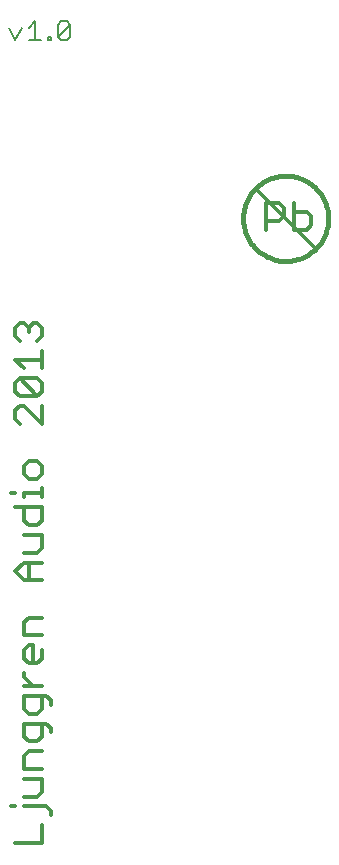
<source format=gto>
G75*
G70*
%OFA0B0*%
%FSLAX24Y24*%
%IPPOS*%
%LPD*%
%AMOC8*
5,1,8,0,0,1.08239X$1,22.5*
%
%ADD10C,0.0120*%
%ADD11C,0.0160*%
%ADD12C,0.0100*%
%ADD13C,0.0080*%
D10*
X000602Y020289D02*
X001483Y020289D01*
X001483Y020876D01*
X001777Y021356D02*
X001630Y021503D01*
X000896Y021503D01*
X000896Y021823D02*
X001336Y021823D01*
X001483Y021970D01*
X001483Y022411D01*
X000896Y022411D01*
X000896Y022744D02*
X000896Y023185D01*
X001043Y023331D01*
X001483Y023331D01*
X001336Y023665D02*
X001483Y023812D01*
X001483Y024252D01*
X001630Y024252D02*
X000896Y024252D01*
X000896Y023812D01*
X001043Y023665D01*
X001336Y023665D01*
X001777Y024105D02*
X001630Y024252D01*
X001777Y024105D02*
X001777Y023959D01*
X001777Y024879D02*
X001777Y025026D01*
X001630Y025173D01*
X000896Y025173D01*
X000896Y024733D01*
X001043Y024586D01*
X001336Y024586D01*
X001483Y024733D01*
X001483Y025173D01*
X001483Y025507D02*
X000896Y025507D01*
X000896Y025800D02*
X000896Y025947D01*
X000896Y025800D02*
X001190Y025507D01*
X001190Y026274D02*
X001190Y026861D01*
X001043Y026861D01*
X000896Y026714D01*
X000896Y026421D01*
X001043Y026274D01*
X001336Y026274D01*
X001483Y026421D01*
X001483Y026714D01*
X001483Y027195D02*
X000896Y027195D01*
X000896Y027635D01*
X001043Y027782D01*
X001483Y027782D01*
X001483Y029036D02*
X000896Y029036D01*
X000602Y029330D01*
X000896Y029623D01*
X001483Y029623D01*
X001336Y029957D02*
X001483Y030104D01*
X001483Y030544D01*
X000896Y030544D01*
X001043Y030878D02*
X000896Y031025D01*
X000896Y031465D01*
X000896Y031799D02*
X000896Y031945D01*
X001483Y031945D01*
X001483Y031799D02*
X001483Y032092D01*
X001336Y032412D02*
X001483Y032559D01*
X001483Y032853D01*
X001336Y033000D01*
X001043Y033000D01*
X000896Y032853D01*
X000896Y032559D01*
X001043Y032412D01*
X001336Y032412D01*
X001483Y031465D02*
X001483Y031025D01*
X001336Y030878D01*
X001043Y030878D01*
X000896Y029957D02*
X001336Y029957D01*
X001043Y029623D02*
X001043Y029036D01*
X000602Y031465D02*
X001483Y031465D01*
X001483Y034254D02*
X000896Y034841D01*
X000749Y034841D01*
X000602Y034694D01*
X000602Y034401D01*
X000749Y034254D01*
X000749Y035175D02*
X000602Y035322D01*
X000602Y035615D01*
X000749Y035762D01*
X001336Y035175D01*
X001483Y035322D01*
X001483Y035615D01*
X001336Y035762D01*
X000749Y035762D01*
X000896Y036096D02*
X000602Y036389D01*
X001483Y036389D01*
X001483Y036096D02*
X001483Y036683D01*
X001336Y037016D02*
X001483Y037163D01*
X001483Y037457D01*
X001336Y037604D01*
X001190Y037604D01*
X001043Y037457D01*
X001043Y037310D01*
X001043Y037457D02*
X000896Y037604D01*
X000749Y037604D01*
X000602Y037457D01*
X000602Y037163D01*
X000749Y037016D01*
X000749Y035175D02*
X001336Y035175D01*
X001483Y034841D02*
X001483Y034254D01*
X000602Y031945D02*
X000456Y031945D01*
X000896Y022744D02*
X001483Y022744D01*
X001777Y021356D02*
X001777Y021210D01*
X000602Y021503D02*
X000456Y021503D01*
X008965Y040722D02*
X008965Y041603D01*
X009406Y041603D01*
X009553Y041456D01*
X009553Y041162D01*
X009406Y041015D01*
X008965Y041015D01*
X009886Y040722D02*
X010327Y040722D01*
X010473Y040869D01*
X010473Y041162D01*
X010327Y041309D01*
X009886Y041309D01*
X009886Y041603D02*
X009886Y040722D01*
D11*
X008194Y041095D02*
X008196Y041170D01*
X008202Y041245D01*
X008212Y041319D01*
X008226Y041393D01*
X008243Y041466D01*
X008265Y041537D01*
X008290Y041608D01*
X008319Y041677D01*
X008351Y041745D01*
X008387Y041810D01*
X008427Y041874D01*
X008470Y041936D01*
X008516Y041995D01*
X008565Y042052D01*
X008617Y042106D01*
X008671Y042157D01*
X008729Y042205D01*
X008788Y042250D01*
X008851Y042292D01*
X008915Y042331D01*
X008981Y042366D01*
X009049Y042398D01*
X009119Y042426D01*
X009189Y042450D01*
X009262Y042471D01*
X009335Y042487D01*
X009409Y042500D01*
X009483Y042509D01*
X009558Y042514D01*
X009633Y042515D01*
X009708Y042512D01*
X009782Y042505D01*
X009856Y042494D01*
X009930Y042479D01*
X010003Y042461D01*
X010074Y042438D01*
X010144Y042412D01*
X010213Y042382D01*
X010280Y042349D01*
X010346Y042312D01*
X010409Y042272D01*
X010470Y042228D01*
X010528Y042181D01*
X010584Y042132D01*
X010638Y042079D01*
X010688Y042024D01*
X010736Y041966D01*
X010780Y041905D01*
X010821Y041843D01*
X010859Y041778D01*
X010893Y041711D01*
X010924Y041643D01*
X010951Y041573D01*
X010975Y041502D01*
X010994Y041429D01*
X011010Y041356D01*
X011022Y041282D01*
X011030Y041207D01*
X011034Y041132D01*
X011034Y041058D01*
X011030Y040983D01*
X011022Y040908D01*
X011010Y040834D01*
X010994Y040761D01*
X010975Y040688D01*
X010951Y040617D01*
X010924Y040547D01*
X010893Y040479D01*
X010859Y040412D01*
X010821Y040347D01*
X010780Y040285D01*
X010736Y040224D01*
X010688Y040166D01*
X010638Y040111D01*
X010584Y040058D01*
X010528Y040009D01*
X010470Y039962D01*
X010409Y039918D01*
X010346Y039878D01*
X010280Y039841D01*
X010213Y039808D01*
X010144Y039778D01*
X010074Y039752D01*
X010003Y039729D01*
X009930Y039711D01*
X009856Y039696D01*
X009782Y039685D01*
X009708Y039678D01*
X009633Y039675D01*
X009558Y039676D01*
X009483Y039681D01*
X009409Y039690D01*
X009335Y039703D01*
X009262Y039719D01*
X009189Y039740D01*
X009119Y039764D01*
X009049Y039792D01*
X008981Y039824D01*
X008915Y039859D01*
X008851Y039898D01*
X008788Y039940D01*
X008729Y039985D01*
X008671Y040033D01*
X008617Y040084D01*
X008565Y040138D01*
X008516Y040195D01*
X008470Y040254D01*
X008427Y040316D01*
X008387Y040380D01*
X008351Y040445D01*
X008319Y040513D01*
X008290Y040582D01*
X008265Y040653D01*
X008243Y040724D01*
X008226Y040797D01*
X008212Y040871D01*
X008202Y040945D01*
X008196Y041020D01*
X008194Y041095D01*
D12*
X008669Y042040D02*
X010598Y040111D01*
D13*
X002427Y047144D02*
X002324Y047040D01*
X002117Y047040D01*
X002013Y047144D01*
X002427Y047558D01*
X002427Y047144D01*
X002427Y047558D02*
X002324Y047661D01*
X002117Y047661D01*
X002013Y047558D01*
X002013Y047144D01*
X001795Y047144D02*
X001795Y047040D01*
X001691Y047040D01*
X001691Y047144D01*
X001795Y047144D01*
X001460Y047040D02*
X001047Y047040D01*
X001047Y047454D02*
X001253Y047661D01*
X001253Y047040D01*
X000816Y047454D02*
X000609Y047040D01*
X000402Y047454D01*
M02*

</source>
